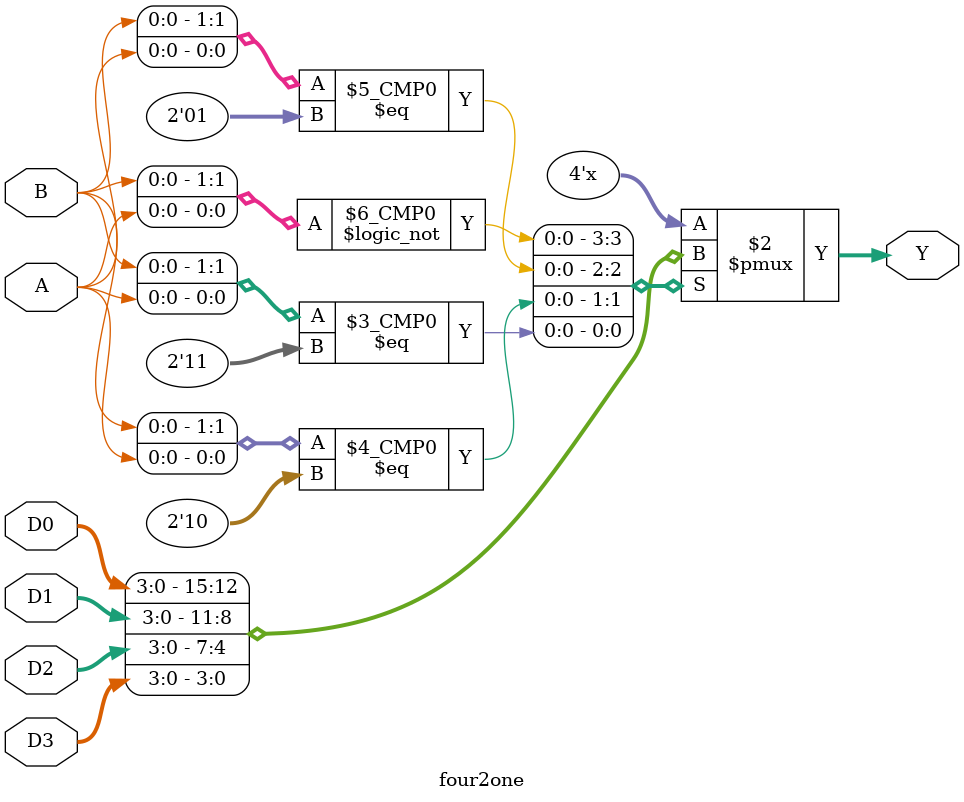
<source format=sv>
module four2one #(parameter N = 4)
(
input A,B, //declare select inputs
input [N-1:0] D0,D1,D2,D3, //declare data inputs
output logic [N-1:0] Y //declare data outputs
);
always_comb //detect input change
case ({B,A}) //derive the output
2'b00: Y = D0;
2'b01: Y = D1;
2'b10: Y = D2;
2'b11: Y = D3;
endcase
endmodule
</source>
